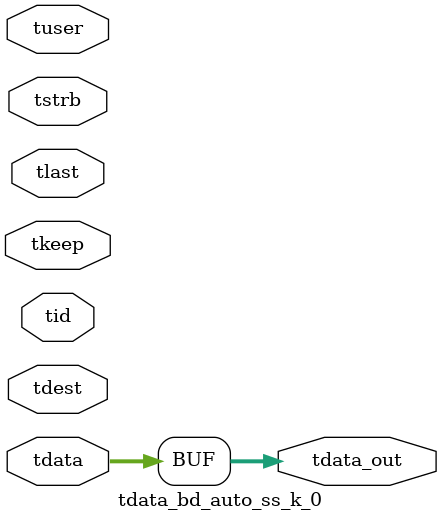
<source format=v>


`timescale 1ps/1ps

module tdata_bd_auto_ss_k_0 #
(
parameter C_S_AXIS_TDATA_WIDTH = 32,
parameter C_S_AXIS_TUSER_WIDTH = 0,
parameter C_S_AXIS_TID_WIDTH   = 0,
parameter C_S_AXIS_TDEST_WIDTH = 0,
parameter C_M_AXIS_TDATA_WIDTH = 32
)
(
input  [(C_S_AXIS_TDATA_WIDTH == 0 ? 1 : C_S_AXIS_TDATA_WIDTH)-1:0     ] tdata,
input  [(C_S_AXIS_TUSER_WIDTH == 0 ? 1 : C_S_AXIS_TUSER_WIDTH)-1:0     ] tuser,
input  [(C_S_AXIS_TID_WIDTH   == 0 ? 1 : C_S_AXIS_TID_WIDTH)-1:0       ] tid,
input  [(C_S_AXIS_TDEST_WIDTH == 0 ? 1 : C_S_AXIS_TDEST_WIDTH)-1:0     ] tdest,
input  [(C_S_AXIS_TDATA_WIDTH/8)-1:0 ] tkeep,
input  [(C_S_AXIS_TDATA_WIDTH/8)-1:0 ] tstrb,
input                                                                    tlast,
output [C_M_AXIS_TDATA_WIDTH-1:0] tdata_out
);

assign tdata_out = {tdata[31:0]};

endmodule


</source>
